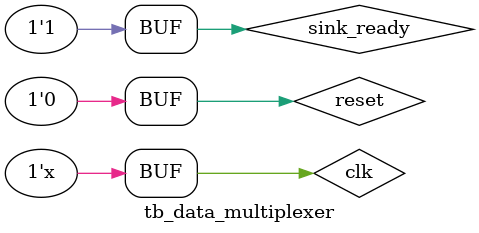
<source format=v>

`timescale 1ns / 1ps
`default_nettype none


module tb_data_multiplexer();
	localparam RATE    = 10.0;
	
	initial begin
		$dumpfile("tb_data_multiplexer.vcd");
		$dumpvars(0, tb_data_multiplexer);
	end
	
	reg		clk = 1'b1;
	always #(RATE/2.0)	clk = ~clk;
	
	reg		reset = 1'b1;
	always #(RATE*100)	reset = 1'b0;
	
	parameter	NUM        = 5;
	parameter	DATA_WIDTH = 8;
	
	reg		[DATA_WIDTH-1:0]			src_data;
	reg									src_valid;
	wire								src_ready;
	
	wire	[NUM*DATA_WIDTH-1:0]		port_data;
	wire								port_valid;
	wire								port_ready;
	
	wire	[DATA_WIDTH-1:0]			sink_data;
	wire								sink_valid;
	reg									sink_ready = 1;
	
	jelly_data_demultiplexer
			#(
				.NUM			(NUM),
				.DATA_WIDTH		(DATA_WIDTH)
			)
		i_data_demultiplexer
			(
				.reset			(reset),
				.clk			(clk),
				.cke			(1),
				
				.endian			(0),
				
				.s_data			(src_data),
				.s_valid		(src_valid),
				.s_ready		(src_ready),
				
				.m_data			(port_data),
				.m_valid		(port_valid),
				.m_ready		(port_ready)
			);
	
	jelly_data_multiplexer
			#(
				.NUM			(NUM),
				.DATA_WIDTH		(DATA_WIDTH)
			)
		i_data_multiplexer
			(
				.reset			(reset),
				.clk			(clk),
				.cke			(1),
				
				.endian			(0),
				
				.s_data			(port_data),
				.s_valid		(port_valid),
				.s_ready		(port_ready),
				
				.m_data			(sink_data),
				.m_valid		(sink_valid),
				.m_ready		(sink_ready)
			);
	
	
	
	always @(posedge clk) begin
		if ( reset ) begin
			src_data  <= 0;
			src_valid <= 0;
		end
		else begin
			if ( src_valid && src_ready ) begin
				src_data <= src_data + 1;
			end
			src_valid <= 1;
		end
	end
	
	
endmodule


`default_nettype wire


// end of file

</source>
